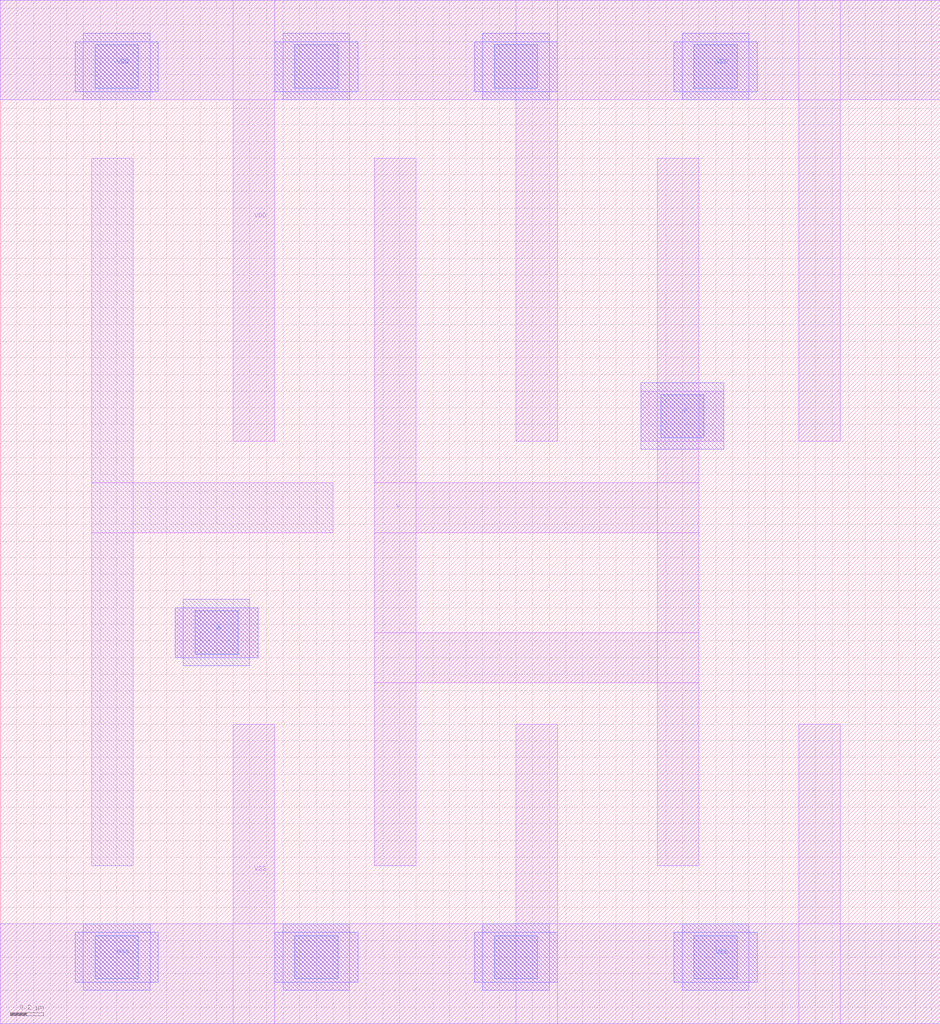
<source format=lef>
# Copyright 2022 Google LLC
# Licensed under the Apache License, Version 2.0 (the "License");
# you may not use this file except in compliance with the License.
# You may obtain a copy of the License at
#
#      http://www.apache.org/licenses/LICENSE-2.0
#
# Unless required by applicable law or agreed to in writing, software
# distributed under the License is distributed on an "AS IS" BASIS,
# WITHOUT WARRANTIES OR CONDITIONS OF ANY KIND, either express or implied.
# See the License for the specific language governing permissions and
# limitations under the License.
VERSION 5.7 ;
BUSBITCHARS "[]" ;
DIVIDERCHAR "/" ;

MACRO gf180mcu_osu_sc_9T_buf_4
  CLASS CORE ;
  ORIGIN 0 0 ;
  FOREIGN gf180mcu_osu_sc_9T_buf_4 0 0 ;
  SIZE 5.65 BY 6.15 ;
  SYMMETRY X Y ;
  SITE GF018hv5v_mcu_sc7 ;
  PIN A
    DIRECTION INPUT ;
    USE SIGNAL ;
    PORT
      LAYER MET1 ;
        RECT 1.05 2.2 1.55 2.5 ;
      LAYER MET2 ;
        RECT 1.05 2.2 1.55 2.5 ;
        RECT 1.1 2.15 1.5 2.55 ;
      LAYER VIA12 ;
        RECT 1.17 2.22 1.43 2.48 ;
    END
  END A
  PIN VDD
    DIRECTION INOUT ;
    USE POWER ;
    SHAPE ABUTMENT ;
    PORT
      LAYER MET1 ;
        RECT 0 5.55 5.65 6.15 ;
        RECT 4.8 3.5 5.05 6.15 ;
        RECT 3.1 3.5 3.35 6.15 ;
        RECT 1.4 3.5 1.65 6.15 ;
      LAYER MET2 ;
        RECT 4.05 5.6 4.55 5.9 ;
        RECT 4.1 5.55 4.5 5.95 ;
        RECT 2.85 5.6 3.35 5.9 ;
        RECT 2.9 5.55 3.3 5.95 ;
        RECT 1.65 5.6 2.15 5.9 ;
        RECT 1.7 5.55 2.1 5.95 ;
        RECT 0.45 5.6 0.95 5.9 ;
        RECT 0.5 5.55 0.9 5.95 ;
      LAYER VIA12 ;
        RECT 0.57 5.62 0.83 5.88 ;
        RECT 1.77 5.62 2.03 5.88 ;
        RECT 2.97 5.62 3.23 5.88 ;
        RECT 4.17 5.62 4.43 5.88 ;
    END
  END VDD
  PIN VSS
    DIRECTION INOUT ;
    USE GROUND ;
    PORT
      LAYER MET1 ;
        RECT 0 0 5.65 0.6 ;
        RECT 4.8 0 5.05 1.8 ;
        RECT 3.1 0 3.35 1.8 ;
        RECT 1.4 0 1.65 1.8 ;
      LAYER MET2 ;
        RECT 4.05 0.25 4.55 0.55 ;
        RECT 4.1 0.2 4.5 0.6 ;
        RECT 2.85 0.25 3.35 0.55 ;
        RECT 2.9 0.2 3.3 0.6 ;
        RECT 1.65 0.25 2.15 0.55 ;
        RECT 1.7 0.2 2.1 0.6 ;
        RECT 0.45 0.25 0.95 0.55 ;
        RECT 0.5 0.2 0.9 0.6 ;
      LAYER VIA12 ;
        RECT 0.57 0.27 0.83 0.53 ;
        RECT 1.77 0.27 2.03 0.53 ;
        RECT 2.97 0.27 3.23 0.53 ;
        RECT 4.17 0.27 4.43 0.53 ;
    END
  END VSS
  PIN Y
    DIRECTION OUTPUT ;
    USE SIGNAL ;
    PORT
      LAYER MET1 ;
        RECT 3.85 3.5 4.35 3.8 ;
        RECT 3.95 0.95 4.2 5.2 ;
        RECT 2.25 2.95 4.2 3.25 ;
        RECT 2.25 2.05 4.2 2.35 ;
        RECT 2.25 0.95 2.5 5.2 ;
      LAYER MET2 ;
        RECT 3.85 3.45 4.35 3.85 ;
      LAYER VIA12 ;
        RECT 3.97 3.52 4.23 3.78 ;
    END
  END Y
  OBS
    LAYER MET1 ;
      RECT 0.55 0.95 0.8 5.2 ;
      RECT 0.55 2.95 2 3.25 ;
  END
END gf180mcu_osu_sc_9T_buf_4

</source>
